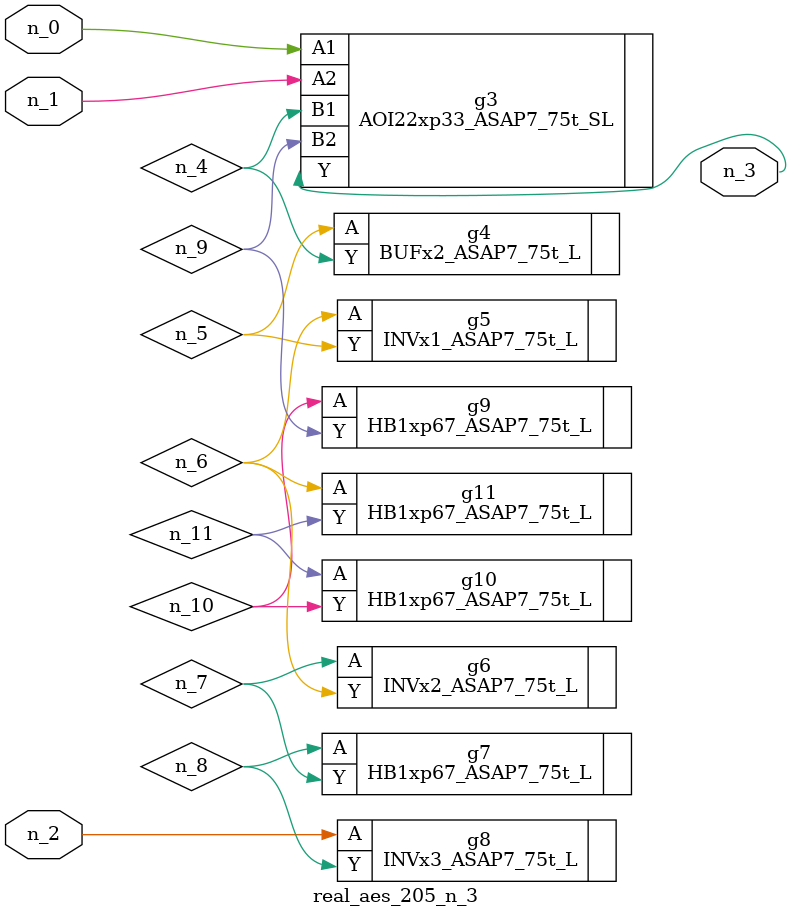
<source format=v>
module real_aes_205_n_3 (n_0, n_2, n_1, n_3);
input n_0;
input n_2;
input n_1;
output n_3;
wire n_4;
wire n_5;
wire n_7;
wire n_9;
wire n_6;
wire n_8;
wire n_10;
wire n_11;
AOI22xp33_ASAP7_75t_SL g3 ( .A1(n_0), .A2(n_1), .B1(n_4), .B2(n_9), .Y(n_3) );
INVx3_ASAP7_75t_L g8 ( .A(n_2), .Y(n_8) );
BUFx2_ASAP7_75t_L g4 ( .A(n_5), .Y(n_4) );
INVx1_ASAP7_75t_L g5 ( .A(n_6), .Y(n_5) );
HB1xp67_ASAP7_75t_L g11 ( .A(n_6), .Y(n_11) );
INVx2_ASAP7_75t_L g6 ( .A(n_7), .Y(n_6) );
HB1xp67_ASAP7_75t_L g7 ( .A(n_8), .Y(n_7) );
HB1xp67_ASAP7_75t_L g9 ( .A(n_10), .Y(n_9) );
HB1xp67_ASAP7_75t_L g10 ( .A(n_11), .Y(n_10) );
endmodule
</source>
